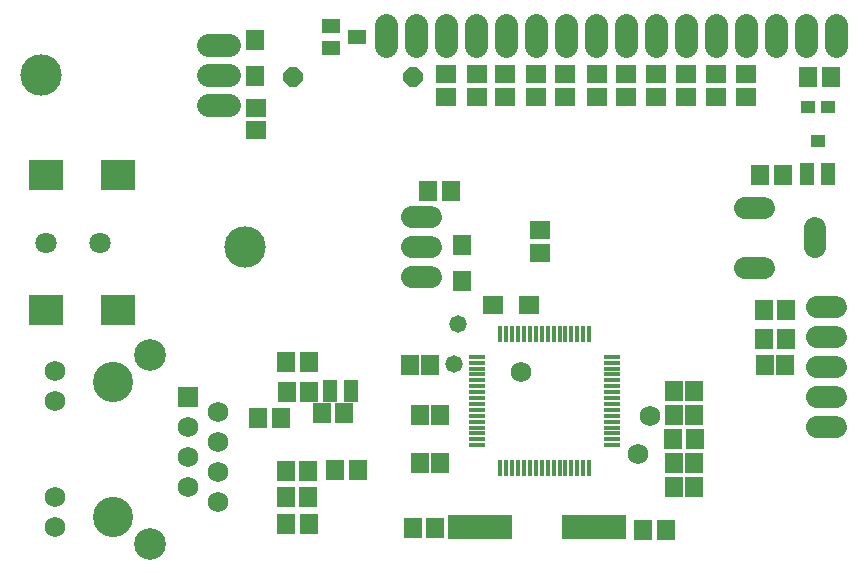
<source format=gbr>
G04 EAGLE Gerber RS-274X export*
G75*
%MOMM*%
%FSLAX34Y34*%
%LPD*%
%INSoldermask Top*%
%IPPOS*%
%AMOC8*
5,1,8,0,0,1.08239X$1,22.5*%
G01*
%ADD10C,1.828800*%
%ADD11R,5.537200X2.133600*%
%ADD12R,1.503200X1.703200*%
%ADD13R,1.223200X1.983200*%
%ADD14R,1.603200X1.803200*%
%ADD15R,1.703200X1.503200*%
%ADD16P,1.759533X8X22.500000*%
%ADD17C,1.981200*%
%ADD18R,1.727200X1.727200*%
%ADD19C,1.727200*%
%ADD20C,2.679700*%
%ADD21C,3.403600*%
%ADD22R,1.203200X1.103200*%
%ADD23R,1.303200X1.103200*%
%ADD24R,1.603200X1.203200*%
%ADD25R,0.431800X1.403200*%
%ADD26R,1.403200X0.431800*%
%ADD27R,1.503200X1.803200*%
%ADD28R,1.803200X1.603200*%
%ADD29C,1.930400*%
%ADD30C,3.505200*%
%ADD31R,3.003200X2.603200*%
%ADD32C,1.803200*%
%ADD33C,1.473200*%


D10*
X864616Y343408D02*
X880872Y343408D01*
X880872Y318008D02*
X864616Y318008D01*
X864616Y292608D02*
X880872Y292608D01*
X880872Y267208D02*
X864616Y267208D01*
X864616Y241808D02*
X880872Y241808D01*
D11*
X579374Y157226D03*
X675894Y157226D03*
D12*
X434188Y297180D03*
X415188Y297180D03*
X434188Y159766D03*
X415188Y159766D03*
X414553Y183007D03*
X433553Y183007D03*
X414553Y205232D03*
X433553Y205232D03*
X391312Y249936D03*
X410312Y249936D03*
X415696Y272161D03*
X434696Y272161D03*
X475463Y205359D03*
X456463Y205359D03*
X445160Y254254D03*
X464160Y254254D03*
D13*
X470164Y272669D03*
X452364Y272669D03*
D12*
X541122Y156464D03*
X522122Y156464D03*
X717448Y154940D03*
X736448Y154940D03*
X535457Y441706D03*
X554457Y441706D03*
D14*
X563880Y396000D03*
X563880Y366000D03*
D15*
X389636Y512420D03*
X389636Y493420D03*
D13*
X874024Y456692D03*
X856224Y456692D03*
D12*
X835508Y455168D03*
X816508Y455168D03*
X857148Y538480D03*
X876148Y538480D03*
D16*
X420624Y538480D03*
X522224Y538480D03*
D15*
X550672Y540868D03*
X550672Y521868D03*
X576580Y540868D03*
X576580Y521868D03*
X600456Y540868D03*
X600456Y521868D03*
X626364Y540868D03*
X626364Y521868D03*
X804672Y540868D03*
X804672Y521868D03*
X753364Y540868D03*
X753364Y521868D03*
X779272Y540868D03*
X779272Y521868D03*
X629920Y389788D03*
X629920Y408788D03*
D17*
X880413Y564713D02*
X880413Y582493D01*
X855013Y582493D02*
X855013Y564713D01*
X829613Y564713D02*
X829613Y582493D01*
X804213Y582493D02*
X804213Y564713D01*
X778813Y564713D02*
X778813Y582493D01*
X753413Y582493D02*
X753413Y564713D01*
X728013Y564713D02*
X728013Y582493D01*
X702613Y582493D02*
X702613Y564713D01*
X677213Y564713D02*
X677213Y582493D01*
X651813Y582493D02*
X651813Y564713D01*
X626413Y564713D02*
X626413Y582493D01*
X601013Y582493D02*
X601013Y564713D01*
X575613Y564713D02*
X575613Y582493D01*
X550213Y582493D02*
X550213Y564713D01*
X524813Y564713D02*
X524813Y582493D01*
X499413Y582493D02*
X499413Y564713D01*
D18*
X331724Y267970D03*
D19*
X357124Y255270D03*
X331724Y242570D03*
X357124Y229870D03*
X331724Y217170D03*
X357124Y204470D03*
X331724Y191770D03*
X357124Y179070D03*
D20*
X299974Y303530D03*
X299974Y143510D03*
D19*
X219202Y157480D03*
X219202Y182880D03*
X219202Y289560D03*
X219202Y264160D03*
D21*
X268224Y280670D03*
X268224Y166370D03*
D22*
X873624Y513356D03*
X856624Y513356D03*
D23*
X865124Y484356D03*
D24*
X475312Y572516D03*
X453312Y563016D03*
X453312Y582016D03*
D15*
X727964Y540868D03*
X727964Y521868D03*
X703072Y540868D03*
X703072Y521868D03*
X678180Y540868D03*
X678180Y521868D03*
X651256Y540868D03*
X651256Y521868D03*
D14*
X388620Y569736D03*
X388620Y539736D03*
D25*
X671484Y321160D03*
X666484Y321160D03*
X661484Y321160D03*
X656484Y321160D03*
X651484Y321160D03*
X646484Y321160D03*
X641484Y321160D03*
X636484Y321160D03*
X631484Y321160D03*
X626484Y321160D03*
X621484Y321160D03*
X616484Y321160D03*
X611484Y321160D03*
X606484Y321160D03*
X601484Y321160D03*
X596484Y321160D03*
D26*
X576984Y301660D03*
X576984Y296660D03*
X576984Y291660D03*
X576984Y286660D03*
X576984Y281660D03*
X576984Y276660D03*
X576984Y271660D03*
X576984Y266660D03*
X576984Y261660D03*
X576984Y256660D03*
X576984Y251660D03*
X576984Y246660D03*
X576984Y241660D03*
X576984Y236660D03*
X576984Y231660D03*
X576984Y226660D03*
D25*
X596484Y207160D03*
X601484Y207160D03*
X606484Y207160D03*
X611484Y207160D03*
X616484Y207160D03*
X621484Y207160D03*
X626484Y207160D03*
X631484Y207160D03*
X636484Y207160D03*
X641484Y207160D03*
X646484Y207160D03*
X651484Y207160D03*
X656484Y207160D03*
X661484Y207160D03*
X666484Y207160D03*
X671484Y207160D03*
D26*
X690984Y226660D03*
X690984Y231660D03*
X690984Y236660D03*
X690984Y241660D03*
X690984Y246660D03*
X690984Y251660D03*
X690984Y256660D03*
X690984Y261660D03*
X690984Y266660D03*
X690984Y271660D03*
X690984Y276660D03*
X690984Y281660D03*
X690984Y286660D03*
X690984Y291660D03*
X690984Y296660D03*
X690984Y301660D03*
D12*
X743340Y211328D03*
X760340Y211328D03*
X544948Y251968D03*
X527948Y251968D03*
X544948Y211328D03*
X527948Y211328D03*
X743340Y191008D03*
X760340Y191008D03*
X743340Y251968D03*
X760340Y251968D03*
X743340Y272288D03*
X760340Y272288D03*
D27*
X819556Y341376D03*
X838556Y341376D03*
D12*
X820556Y294640D03*
X837556Y294640D03*
D27*
X819556Y316992D03*
X838556Y316992D03*
X761340Y231648D03*
X742340Y231648D03*
D28*
X620536Y345440D03*
X590536Y345440D03*
D12*
X536820Y294640D03*
X519820Y294640D03*
D29*
X366268Y515112D02*
X348996Y515112D01*
X348996Y540512D02*
X366268Y540512D01*
X366268Y565912D02*
X348996Y565912D01*
D30*
X207772Y540512D03*
D10*
X521716Y368808D02*
X537972Y368808D01*
X537972Y394208D02*
X521716Y394208D01*
X521716Y419608D02*
X537972Y419608D01*
D30*
X379984Y394208D03*
D10*
X862584Y394208D02*
X862584Y410464D01*
X819912Y427736D02*
X803656Y427736D01*
X803656Y376936D02*
X819912Y376936D01*
D31*
X211328Y455272D03*
X211328Y341272D03*
X272328Y455272D03*
X272328Y341272D03*
D32*
X211328Y398272D03*
X257048Y398272D03*
D19*
X713232Y219456D03*
X723393Y251827D03*
D33*
X560832Y329184D03*
X556768Y295724D03*
D19*
X613664Y288544D03*
M02*

</source>
